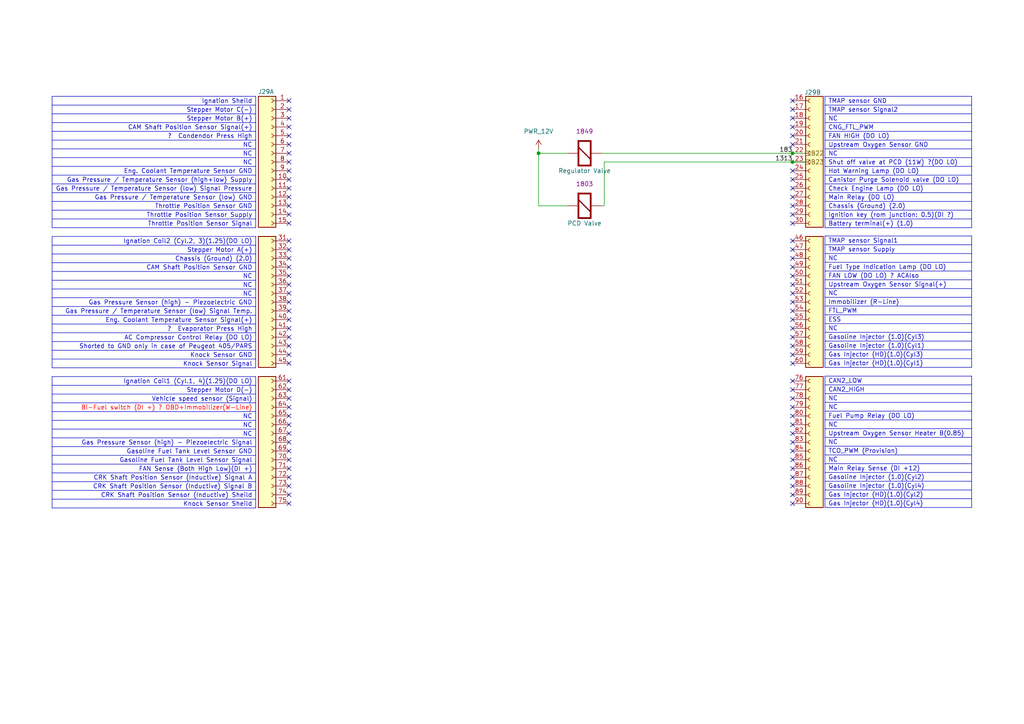
<source format=kicad_sch>
(kicad_sch (version 20250114) (generator "eeschema") (generator_version "9.0")
  (paper "A4")
  (lib_symbols
    (symbol "Elektuur_1:Re" (pin_numbers (hide yes)) (pin_names (offset 0) (hide yes))
      (property "Reference" "Re" (at 0.635 3.175 0))
      (property "Value" "Re" (at 0.635 -3.175 0))
      (symbol "Re_1_0"
        (pin passive line (at 0 5.08 270) (length 3.175) (name "+") (number "1"))
        (pin passive line (at 0 -5.08 90) (length 3.175) (name "-") (number "2"))
      )
      (symbol "Re_1_1"
        (polyline (pts (xy -3.683 -1.905) (xy 3.683 -1.905) (xy 3.683 1.905) (xy -3.683 1.905) (xy -3.683 -1.905) (xy -3.429 -1.651) (xy -3.429 1.651) (xy 3.429 1.651) (xy 3.429 -1.651) (xy -3.429 -1.651) (xy -3.683 -1.905)) (stroke (width 0.254)) (fill (type outline)))
        (polyline (pts (xy -1.778 -1.778) (xy 1.778 1.778)) (stroke (width 0.3556)))
      )
      (symbol "Re_1_2"
        (polyline (pts (xy -3.683 -1.905) (xy 3.683 -1.905) (xy 3.683 1.905) (xy -3.683 1.905) (xy -3.683 -1.905) (xy -3.429 -1.651) (xy -3.429 1.651) (xy 3.429 1.651) (xy 3.429 -1.651) (xy -3.429 -1.651) (xy -3.683 -1.905)) (stroke (width 0.254)) (fill (type outline)))
      )
    )
    (symbol "fab:PWR_12V" (power) (pin_names (offset 0))
      (property "Value" "PWR_12V" (at 0 3.556 0))
      (symbol "PWR_12V_0_1"
        (polyline (pts (xy -0.762 1.27) (xy 0 2.54)))
        (polyline (pts (xy 0 2.54) (xy 0.762 1.27)))
        (polyline (pts (xy 0 0) (xy 0 2.54)))
      )
      (symbol "PWR_12V_1_1"
        (pin power_in line (at 0 0 90) (length 0) (hide yes) (name "PWR_12V") (number "1"))
      )
    )
    (symbol "sicma_socket:Conn_01x90_3Row_Socket" (pin_names (offset 1.016) (hide yes))
      (property "Reference" "J" (at 1.524 60.833 0))
      (property "Value" "Conn_01x90_3Row_Socket" (at 1.397 -61.214 0))
      (symbol "Conn_01x90_3Row_Socket_1_1"
        (rectangle (start -0.508 59.69) (end 4.572 21.717) (stroke (width 0.254)) (fill (type background)))
        (polyline (pts (xy -0.508 58.42) (xy 0.254 58.42)) (stroke (width 0.1524)))
        (polyline (pts (xy -0.508 55.88) (xy 0.254 55.88)) (stroke (width 0.1524)))
        (polyline (pts (xy -0.508 53.34) (xy 0.254 53.34)) (stroke (width 0.1524)))
        (polyline (pts (xy -0.508 50.8) (xy 0.254 50.8)) (stroke (width 0.1524)))
        (polyline (pts (xy -0.508 48.26) (xy 0.254 48.26)) (stroke (width 0.1524)))
        (polyline (pts (xy -0.508 45.72) (xy 0.254 45.72)) (stroke (width 0.1524)))
        (polyline (pts (xy -0.508 43.18) (xy 0.254 43.18)) (stroke (width 0.1524)))
        (polyline (pts (xy -0.508 40.64) (xy 0.254 40.64)) (stroke (width 0.1524)))
        (polyline (pts (xy -0.508 38.1) (xy 0.254 38.1)) (stroke (width 0.1524)))
        (polyline (pts (xy -0.508 35.56) (xy 0.254 35.56)) (stroke (width 0.1524)))
        (polyline (pts (xy -0.508 33.02) (xy 0.254 33.02)) (stroke (width 0.1524)))
        (polyline (pts (xy -0.508 30.48) (xy 0.254 30.48)) (stroke (width 0.1524)))
        (polyline (pts (xy -0.508 27.94) (xy 0.254 27.94)) (stroke (width 0.1524)))
        (polyline (pts (xy -0.508 25.4) (xy 0.254 25.4)) (stroke (width 0.1524)))
        (polyline (pts (xy -0.508 22.86) (xy 0.254 22.86)) (stroke (width 0.1524)))
        (rectangle (start -0.508 19.05) (end 4.572 -18.923) (stroke (width 0.254)) (fill (type background)))
        (polyline (pts (xy -0.508 17.78) (xy 0.254 17.78)) (stroke (width 0.1524)))
        (polyline (pts (xy -0.508 15.24) (xy 0.254 15.24)) (stroke (width 0.1524)))
        (polyline (pts (xy -0.508 12.7) (xy 0.254 12.7)) (stroke (width 0.1524)))
        (polyline (pts (xy -0.508 10.16) (xy 0.254 10.16)) (stroke (width 0.1524)))
        (polyline (pts (xy -0.508 7.62) (xy 0.254 7.62)) (stroke (width 0.1524)))
        (polyline (pts (xy -0.508 5.08) (xy 0.254 5.08)) (stroke (width 0.1524)))
        (polyline (pts (xy -0.508 2.54) (xy 0.254 2.54)) (stroke (width 0.1524)))
        (polyline (pts (xy -0.508 0) (xy 0.254 0)) (stroke (width 0.1524)))
        (polyline (pts (xy -0.508 -2.54) (xy 0.254 -2.54)) (stroke (width 0.1524)))
        (polyline (pts (xy -0.508 -5.08) (xy 0.254 -5.08)) (stroke (width 0.1524)))
        (polyline (pts (xy -0.508 -7.62) (xy 0.254 -7.62)) (stroke (width 0.1524)))
        (polyline (pts (xy -0.508 -10.16) (xy 0.254 -10.16)) (stroke (width 0.1524)))
        (polyline (pts (xy -0.508 -12.7) (xy 0.254 -12.7)) (stroke (width 0.1524)))
        (polyline (pts (xy -0.508 -15.24) (xy 0.254 -15.24)) (stroke (width 0.1524)))
        (polyline (pts (xy -0.508 -17.78) (xy 0.254 -17.78)) (stroke (width 0.1524)))
        (rectangle (start -0.508 -21.59) (end 4.572 -59.563) (stroke (width 0.254)) (fill (type background)))
        (polyline (pts (xy -0.508 -22.86) (xy 0.254 -22.86)) (stroke (width 0.1524)))
        (polyline (pts (xy -0.508 -25.4) (xy 0.254 -25.4)) (stroke (width 0.1524)))
        (polyline (pts (xy -0.508 -27.94) (xy 0.254 -27.94)) (stroke (width 0.1524)))
        (polyline (pts (xy -0.508 -30.48) (xy 0.254 -30.48)) (stroke (width 0.1524)))
        (polyline (pts (xy -0.508 -33.02) (xy 0.254 -33.02)) (stroke (width 0.1524)))
        (polyline (pts (xy -0.508 -35.56) (xy 0.254 -35.56)) (stroke (width 0.1524)))
        (polyline (pts (xy -0.508 -38.1) (xy 0.254 -38.1)) (stroke (width 0.1524)))
        (polyline (pts (xy -0.508 -40.64) (xy 0.254 -40.64)) (stroke (width 0.1524)))
        (polyline (pts (xy -0.508 -43.18) (xy 0.254 -43.18)) (stroke (width 0.1524)))
        (polyline (pts (xy -0.508 -45.72) (xy 0.254 -45.72)) (stroke (width 0.1524)))
        (polyline (pts (xy -0.508 -48.26) (xy 0.254 -48.26)) (stroke (width 0.1524)))
        (polyline (pts (xy -0.508 -50.8) (xy 0.254 -50.8)) (stroke (width 0.1524)))
        (polyline (pts (xy -0.508 -53.34) (xy 0.254 -53.34)) (stroke (width 0.1524)))
        (polyline (pts (xy -0.508 -55.88) (xy 0.254 -55.88)) (stroke (width 0.1524)))
        (polyline (pts (xy -0.508 -58.42) (xy 0.254 -58.42)) (stroke (width 0.1524)))
        (arc (start 0.762 57.912) (mid 0.2562 58.42) (end 0.762 58.928) (stroke (width 0.1524)))
        (arc (start 0.762 55.372) (mid 0.2562 55.88) (end 0.762 56.388) (stroke (width 0.1524)))
        (arc (start 0.762 52.832) (mid 0.2562 53.34) (end 0.762 53.848) (stroke (width 0.1524)))
        (arc (start 0.762 50.292) (mid 0.2562 50.8) (end 0.762 51.308) (stroke (width 0.1524)))
        (arc (start 0.762 47.752) (mid 0.2562 48.26) (end 0.762 48.768) (stroke (width 0.1524)))
        (arc (start 0.762 45.212) (mid 0.2562 45.72) (end 0.762 46.228) (stroke (width 0.1524)))
        (arc (start 0.762 42.672) (mid 0.2562 43.18) (end 0.762 43.688) (stroke (width 0.1524)))
        (arc (start 0.762 40.132) (mid 0.2562 40.64) (end 0.762 41.148) (stroke (width 0.1524)))
        (arc (start 0.762 37.592) (mid 0.2562 38.1) (end 0.762 38.608) (stroke (width 0.1524)))
        (arc (start 0.762 35.052) (mid 0.2562 35.56) (end 0.762 36.068) (stroke (width 0.1524)))
        (arc (start 0.762 32.512) (mid 0.2562 33.02) (end 0.762 33.528) (stroke (width 0.1524)))
        (arc (start 0.762 29.972) (mid 0.2562 30.48) (end 0.762 30.988) (stroke (width 0.1524)))
        (arc (start 0.762 27.432) (mid 0.2562 27.94) (end 0.762 28.448) (stroke (width 0.1524)))
        (arc (start 0.762 24.892) (mid 0.2562 25.4) (end 0.762 25.908) (stroke (width 0.1524)))
        (arc (start 0.762 22.352) (mid 0.2562 22.86) (end 0.762 23.368) (stroke (width 0.1524)))
        (arc (start 0.762 17.272) (mid 0.2562 17.78) (end 0.762 18.288) (stroke (width 0.1524)))
        (arc (start 0.762 14.732) (mid 0.2562 15.24) (end 0.762 15.748) (stroke (width 0.1524)))
        (arc (start 0.762 12.192) (mid 0.2562 12.7) (end 0.762 13.208) (stroke (width 0.1524)))
        (arc (start 0.762 9.652) (mid 0.2562 10.16) (end 0.762 10.668) (stroke (width 0.1524)))
        (arc (start 0.762 7.112) (mid 0.2562 7.62) (end 0.762 8.128) (stroke (width 0.1524)))
        (arc (start 0.762 4.572) (mid 0.2562 5.08) (end 0.762 5.588) (stroke (width 0.1524)))
        (arc (start 0.762 2.032) (mid 0.2562 2.54) (end 0.762 3.048) (stroke (width 0.1524)))
        (arc (start 0.762 -0.508) (mid 0.2562 0) (end 0.762 0.508) (stroke (width 0.1524)))
        (arc (start 0.762 -3.048) (mid 0.2562 -2.54) (end 0.762 -2.032) (stroke (width 0.1524)))
        (arc (start 0.762 -5.588) (mid 0.2562 -5.08) (end 0.762 -4.572) (stroke (width 0.1524)))
        (arc (start 0.762 -8.128) (mid 0.2562 -7.62) (end 0.762 -7.112) (stroke (width 0.1524)))
        (arc (start 0.762 -10.668) (mid 0.2562 -10.16) (end 0.762 -9.652) (stroke (width 0.1524)))
        (arc (start 0.762 -13.208) (mid 0.2562 -12.7) (end 0.762 -12.192) (stroke (width 0.1524)))
        (arc (start 0.762 -15.748) (mid 0.2562 -15.24) (end 0.762 -14.732) (stroke (width 0.1524)))
        (arc (start 0.762 -18.288) (mid 0.2562 -17.78) (end 0.762 -17.272) (stroke (width 0.1524)))
        (arc (start 0.762 -23.368) (mid 0.2562 -22.86) (end 0.762 -22.352) (stroke (width 0.1524)))
        (arc (start 0.762 -25.908) (mid 0.2562 -25.4) (end 0.762 -24.892) (stroke (width 0.1524)))
        (arc (start 0.762 -28.448) (mid 0.2562 -27.94) (end 0.762 -27.432) (stroke (width 0.1524)))
        (arc (start 0.762 -30.988) (mid 0.2562 -30.48) (end 0.762 -29.972) (stroke (width 0.1524)))
        (arc (start 0.762 -33.528) (mid 0.2562 -33.02) (end 0.762 -32.512) (stroke (width 0.1524)))
        (arc (start 0.762 -36.068) (mid 0.2562 -35.56) (end 0.762 -35.052) (stroke (width 0.1524)))
        (arc (start 0.762 -38.608) (mid 0.2562 -38.1) (end 0.762 -37.592) (stroke (width 0.1524)))
        (arc (start 0.762 -41.148) (mid 0.2562 -40.64) (end 0.762 -40.132) (stroke (width 0.1524)))
        (arc (start 0.762 -43.688) (mid 0.2562 -43.18) (end 0.762 -42.672) (stroke (width 0.1524)))
        (arc (start 0.762 -46.228) (mid 0.2562 -45.72) (end 0.762 -45.212) (stroke (width 0.1524)))
        (arc (start 0.762 -48.768) (mid 0.2562 -48.26) (end 0.762 -47.752) (stroke (width 0.1524)))
        (arc (start 0.762 -51.308) (mid 0.2562 -50.8) (end 0.762 -50.292) (stroke (width 0.1524)))
        (arc (start 0.762 -53.848) (mid 0.2562 -53.34) (end 0.762 -52.832) (stroke (width 0.1524)))
        (arc (start 0.762 -56.388) (mid 0.2562 -55.88) (end 0.762 -55.372) (stroke (width 0.1524)))
        (arc (start 0.762 -58.928) (mid 0.2562 -58.42) (end 0.762 -57.912) (stroke (width 0.1524)))
        (pin passive line (at -4.318 58.42 0) (length 3.81) (name "A1") (number "1"))
        (pin passive line (at -4.318 55.88 0) (length 3.81) (name "A2") (number "2"))
        (pin passive line (at -4.318 53.34 0) (length 3.81) (name "A3") (number "3"))
        (pin passive line (at -4.318 50.8 0) (length 3.81) (name "A4") (number "4"))
        (pin passive line (at -4.318 48.26 0) (length 3.81) (name "A5") (number "5"))
        (pin passive line (at -4.318 45.72 0) (length 3.81) (name "A6") (number "6"))
        (pin passive line (at -4.318 43.18 0) (length 3.81) (name "A7") (number "7"))
        (pin passive line (at -4.318 40.64 0) (length 3.81) (name "A8") (number "8"))
        (pin passive line (at -4.318 38.1 0) (length 3.81) (name "A9") (number "9"))
        (pin passive line (at -4.318 35.56 0) (length 3.81) (name "A10") (number "10"))
        (pin passive line (at -4.318 33.02 0) (length 3.81) (name "A11") (number "11"))
        (pin passive line (at -4.318 30.48 0) (length 3.81) (name "A12") (number "12"))
        (pin passive line (at -4.318 27.94 0) (length 3.81) (name "A13") (number "13"))
        (pin passive line (at -4.318 25.4 0) (length 3.81) (name "A14") (number "14"))
        (pin passive line (at -4.318 22.86 0) (length 3.81) (name "A15") (number "15"))
        (pin passive line (at -4.318 17.78 0) (length 3.81) (name "A31") (number "31"))
        (pin passive line (at -4.318 15.24 0) (length 3.81) (name "A32") (number "32"))
        (pin passive line (at -4.318 12.7 0) (length 3.81) (name "A33") (number "33"))
        (pin passive line (at -4.318 10.16 0) (length 3.81) (name "A34") (number "34"))
        (pin passive line (at -4.318 7.62 0) (length 3.81) (name "A35") (number "35"))
        (pin passive line (at -4.318 5.08 0) (length 3.81) (name "A36") (number "36"))
        (pin passive line (at -4.318 2.54 0) (length 3.81) (name "A37") (number "37"))
        (pin passive line (at -4.318 0 0) (length 3.81) (name "A38") (number "38"))
        (pin passive line (at -4.318 -2.54 0) (length 3.81) (name "A39") (number "39"))
        (pin passive line (at -4.318 -5.08 0) (length 3.81) (name "A40") (number "40"))
        (pin passive line (at -4.318 -7.62 0) (length 3.81) (name "A41") (number "41"))
        (pin passive line (at -4.318 -10.16 0) (length 3.81) (name "A42") (number "42"))
        (pin passive line (at -4.318 -12.7 0) (length 3.81) (name "A43") (number "43"))
        (pin passive line (at -4.318 -15.24 0) (length 3.81) (name "A44") (number "44"))
        (pin passive line (at -4.318 -17.78 0) (length 3.81) (name "A45") (number "45"))
        (pin passive line (at -4.318 -22.86 0) (length 3.81) (name "A61") (number "61"))
        (pin passive line (at -4.318 -25.4 0) (length 3.81) (name "A62") (number "62"))
        (pin passive line (at -4.318 -27.94 0) (length 3.81) (name "A63") (number "63"))
        (pin passive line (at -4.318 -30.48 0) (length 3.81) (name "A64") (number "64"))
        (pin passive line (at -4.318 -33.02 0) (length 3.81) (name "A65") (number "65"))
        (pin passive line (at -4.318 -35.56 0) (length 3.81) (name "A66") (number "66"))
        (pin passive line (at -4.318 -38.1 0) (length 3.81) (name "A67") (number "67"))
        (pin passive line (at -4.318 -40.64 0) (length 3.81) (name "A68") (number "68"))
        (pin passive line (at -4.318 -43.18 0) (length 3.81) (name "A69") (number "69"))
        (pin passive line (at -4.318 -45.72 0) (length 3.81) (name "A70") (number "70"))
        (pin passive line (at -4.318 -48.26 0) (length 3.81) (name "A71") (number "71"))
        (pin passive line (at -4.318 -50.8 0) (length 3.81) (name "A72") (number "72"))
        (pin passive line (at -4.318 -53.34 0) (length 3.81) (name "A73") (number "73"))
        (pin passive line (at -4.318 -55.88 0) (length 3.81) (name "A74") (number "74"))
        (pin passive line (at -4.318 -58.42 0) (length 3.81) (name "A75") (number "75"))
      )
      (symbol "Conn_01x90_3Row_Socket_2_1"
        (rectangle (start -0.508 59.69) (end 4.572 21.717) (stroke (width 0.254)) (fill (type background)))
        (polyline (pts (xy -0.508 58.42) (xy 0.254 58.42)) (stroke (width 0.1524)))
        (polyline (pts (xy -0.508 55.88) (xy 0.254 55.88)) (stroke (width 0.1524)))
        (polyline (pts (xy -0.508 53.34) (xy 0.254 53.34)) (stroke (width 0.1524)))
        (polyline (pts (xy -0.508 50.8) (xy 0.254 50.8)) (stroke (width 0.1524)))
        (polyline (pts (xy -0.508 48.26) (xy 0.254 48.26)) (stroke (width 0.1524)))
        (polyline (pts (xy -0.508 45.72) (xy 0.254 45.72)) (stroke (width 0.1524)))
        (polyline (pts (xy -0.508 43.18) (xy 0.254 43.18)) (stroke (width 0.1524)))
        (polyline (pts (xy -0.508 40.64) (xy 0.254 40.64)) (stroke (width 0.1524)))
        (polyline (pts (xy -0.508 38.1) (xy 0.254 38.1)) (stroke (width 0.1524)))
        (polyline (pts (xy -0.508 35.56) (xy 0.254 35.56)) (stroke (width 0.1524)))
        (polyline (pts (xy -0.508 33.02) (xy 0.254 33.02)) (stroke (width 0.1524)))
        (polyline (pts (xy -0.508 30.48) (xy 0.254 30.48)) (stroke (width 0.1524)))
        (polyline (pts (xy -0.508 27.94) (xy 0.254 27.94)) (stroke (width 0.1524)))
        (polyline (pts (xy -0.508 25.4) (xy 0.254 25.4)) (stroke (width 0.1524)))
        (polyline (pts (xy -0.508 22.86) (xy 0.254 22.86)) (stroke (width 0.1524)))
        (rectangle (start -0.508 19.05) (end 4.572 -18.923) (stroke (width 0.254)) (fill (type background)))
        (polyline (pts (xy -0.508 17.78) (xy 0.254 17.78)) (stroke (width 0.1524)))
        (polyline (pts (xy -0.508 15.24) (xy 0.254 15.24)) (stroke (width 0.1524)))
        (polyline (pts (xy -0.508 12.7) (xy 0.254 12.7)) (stroke (width 0.1524)))
        (polyline (pts (xy -0.508 10.16) (xy 0.254 10.16)) (stroke (width 0.1524)))
        (polyline (pts (xy -0.508 7.62) (xy 0.254 7.62)) (stroke (width 0.1524)))
        (polyline (pts (xy -0.508 5.08) (xy 0.254 5.08)) (stroke (width 0.1524)))
        (polyline (pts (xy -0.508 2.54) (xy 0.254 2.54)) (stroke (width 0.1524)))
        (polyline (pts (xy -0.508 0) (xy 0.254 0)) (stroke (width 0.1524)))
        (polyline (pts (xy -0.508 -2.54) (xy 0.254 -2.54)) (stroke (width 0.1524)))
        (polyline (pts (xy -0.508 -5.08) (xy 0.254 -5.08)) (stroke (width 0.1524)))
        (polyline (pts (xy -0.508 -7.62) (xy 0.254 -7.62)) (stroke (width 0.1524)))
        (polyline (pts (xy -0.508 -10.16) (xy 0.254 -10.16)) (stroke (width 0.1524)))
        (polyline (pts (xy -0.508 -12.7) (xy 0.254 -12.7)) (stroke (width 0.1524)))
        (polyline (pts (xy -0.508 -15.24) (xy 0.254 -15.24)) (stroke (width 0.1524)))
        (polyline (pts (xy -0.508 -17.78) (xy 0.254 -17.78)) (stroke (width 0.1524)))
        (rectangle (start -0.508 -21.59) (end 4.572 -59.563) (stroke (width 0.254)) (fill (type background)))
        (polyline (pts (xy -0.508 -22.86) (xy 0.254 -22.86)) (stroke (width 0.1524)))
        (polyline (pts (xy -0.508 -25.4) (xy 0.254 -25.4)) (stroke (width 0.1524)))
        (polyline (pts (xy -0.508 -27.94) (xy 0.254 -27.94)) (stroke (width 0.1524)))
        (polyline (pts (xy -0.508 -30.48) (xy 0.254 -30.48)) (stroke (width 0.1524)))
        (polyline (pts (xy -0.508 -33.02) (xy 0.254 -33.02)) (stroke (width 0.1524)))
        (polyline (pts (xy -0.508 -35.56) (xy 0.254 -35.56)) (stroke (width 0.1524)))
        (polyline (pts (xy -0.508 -38.1) (xy 0.254 -38.1)) (stroke (width 0.1524)))
        (polyline (pts (xy -0.508 -40.64) (xy 0.254 -40.64)) (stroke (width 0.1524)))
        (polyline (pts (xy -0.508 -43.18) (xy 0.254 -43.18)) (stroke (width 0.1524)))
        (polyline (pts (xy -0.508 -45.72) (xy 0.254 -45.72)) (stroke (width 0.1524)))
        (polyline (pts (xy -0.508 -48.26) (xy 0.254 -48.26)) (stroke (width 0.1524)))
        (polyline (pts (xy -0.508 -50.8) (xy 0.254 -50.8)) (stroke (width 0.1524)))
        (polyline (pts (xy -0.508 -53.34) (xy 0.254 -53.34)) (stroke (width 0.1524)))
        (polyline (pts (xy -0.508 -55.88) (xy 0.254 -55.88)) (stroke (width 0.1524)))
        (polyline (pts (xy -0.508 -58.42) (xy 0.254 -58.42)) (stroke (width 0.1524)))
        (arc (start 0.762 57.912) (mid 0.2562 58.42) (end 0.762 58.928) (stroke (width 0.1524)))
        (arc (start 0.762 55.372) (mid 0.2562 55.88) (end 0.762 56.388) (stroke (width 0.1524)))
        (arc (start 0.762 52.832) (mid 0.2562 53.34) (end 0.762 53.848) (stroke (width 0.1524)))
        (arc (start 0.762 50.292) (mid 0.2562 50.8) (end 0.762 51.308) (stroke (width 0.1524)))
        (arc (start 0.762 47.752) (mid 0.2562 48.26) (end 0.762 48.768) (stroke (width 0.1524)))
        (arc (start 0.762 45.212) (mid 0.2562 45.72) (end 0.762 46.228) (stroke (width 0.1524)))
        (arc (start 0.762 42.672) (mid 0.2562 43.18) (end 0.762 43.688) (stroke (width 0.1524)))
        (arc (start 0.762 40.132) (mid 0.2562 40.64) (end 0.762 41.148) (stroke (width 0.1524)))
        (arc (start 0.762 37.592) (mid 0.2562 38.1) (end 0.762 38.608) (stroke (width 0.1524)))
        (arc (start 0.762 35.052) (mid 0.2562 35.56) (end 0.762 36.068) (stroke (width 0.1524)))
        (arc (start 0.762 32.512) (mid 0.2562 33.02) (end 0.762 33.528) (stroke (width 0.1524)))
        (arc (start 0.762 29.972) (mid 0.2562 30.48) (end 0.762 30.988) (stroke (width 0.1524)))
        (arc (start 0.762 27.432) (mid 0.2562 27.94) (end 0.762 28.448) (stroke (width 0.1524)))
        (arc (start 0.762 24.892) (mid 0.2562 25.4) (end 0.762 25.908) (stroke (width 0.1524)))
        (arc (start 0.762 22.352) (mid 0.2562 22.86) (end 0.762 23.368) (stroke (width 0.1524)))
        (arc (start 0.762 17.272) (mid 0.2562 17.78) (end 0.762 18.288) (stroke (width 0.1524)))
        (arc (start 0.762 14.732) (mid 0.2562 15.24) (end 0.762 15.748) (stroke (width 0.1524)))
        (arc (start 0.762 12.192) (mid 0.2562 12.7) (end 0.762 13.208) (stroke (width 0.1524)))
        (arc (start 0.762 9.652) (mid 0.2562 10.16) (end 0.762 10.668) (stroke (width 0.1524)))
        (arc (start 0.762 7.112) (mid 0.2562 7.62) (end 0.762 8.128) (stroke (width 0.1524)))
        (arc (start 0.762 4.572) (mid 0.2562 5.08) (end 0.762 5.588) (stroke (width 0.1524)))
        (arc (start 0.762 2.032) (mid 0.2562 2.54) (end 0.762 3.048) (stroke (width 0.1524)))
        (arc (start 0.762 -0.508) (mid 0.2562 0) (end 0.762 0.508) (stroke (width 0.1524)))
        (arc (start 0.762 -3.048) (mid 0.2562 -2.54) (end 0.762 -2.032) (stroke (width 0.1524)))
        (arc (start 0.762 -5.588) (mid 0.2562 -5.08) (end 0.762 -4.572) (stroke (width 0.1524)))
        (arc (start 0.762 -8.128) (mid 0.2562 -7.62) (end 0.762 -7.112) (stroke (width 0.1524)))
        (arc (start 0.762 -10.668) (mid 0.2562 -10.16) (end 0.762 -9.652) (stroke (width 0.1524)))
        (arc (start 0.762 -13.208) (mid 0.2562 -12.7) (end 0.762 -12.192) (stroke (width 0.1524)))
        (arc (start 0.762 -15.748) (mid 0.2562 -15.24) (end 0.762 -14.732) (stroke (width 0.1524)))
        (arc (start 0.762 -18.288) (mid 0.2562 -17.78) (end 0.762 -17.272) (stroke (width 0.1524)))
        (arc (start 0.762 -23.368) (mid 0.2562 -22.86) (end 0.762 -22.352) (stroke (width 0.1524)))
        (arc (start 0.762 -25.908) (mid 0.2562 -25.4) (end 0.762 -24.892) (stroke (width 0.1524)))
        (arc (start 0.762 -28.448) (mid 0.2562 -27.94) (end 0.762 -27.432) (stroke (width 0.1524)))
        (arc (start 0.762 -30.988) (mid 0.2562 -30.48) (end 0.762 -29.972) (stroke (width 0.1524)))
        (arc (start 0.762 -33.528) (mid 0.2562 -33.02) (end 0.762 -32.512) (stroke (width 0.1524)))
        (arc (start 0.762 -36.068) (mid 0.2562 -35.56) (end 0.762 -35.052) (stroke (width 0.1524)))
        (arc (start 0.762 -38.608) (mid 0.2562 -38.1) (end 0.762 -37.592) (stroke (width 0.1524)))
        (arc (start 0.762 -41.148) (mid 0.2562 -40.64) (end 0.762 -40.132) (stroke (width 0.1524)))
        (arc (start 0.762 -43.688) (mid 0.2562 -43.18) (end 0.762 -42.672) (stroke (width 0.1524)))
        (arc (start 0.762 -46.228) (mid 0.2562 -45.72) (end 0.762 -45.212) (stroke (width 0.1524)))
        (arc (start 0.762 -48.768) (mid 0.2562 -48.26) (end 0.762 -47.752) (stroke (width 0.1524)))
        (arc (start 0.762 -51.308) (mid 0.2562 -50.8) (end 0.762 -50.292) (stroke (width 0.1524)))
        (arc (start 0.762 -53.848) (mid 0.2562 -53.34) (end 0.762 -52.832) (stroke (width 0.1524)))
        (arc (start 0.762 -56.388) (mid 0.2562 -55.88) (end 0.762 -55.372) (stroke (width 0.1524)))
        (arc (start 0.762 -58.928) (mid 0.2562 -58.42) (end 0.762 -57.912) (stroke (width 0.1524)))
        (pin passive line (at -4.318 58.42 0) (length 3.81) (name "B16") (number "16"))
        (pin passive line (at -4.318 55.88 0) (length 3.81) (name "B17") (number "17"))
        (pin passive line (at -4.318 53.34 0) (length 3.81) (name "B18") (number "18"))
        (pin passive line (at -4.318 50.8 0) (length 3.81) (name "B19") (number "19"))
        (pin passive line (at -4.318 48.26 0) (length 3.81) (name "B20") (number "20"))
        (pin passive line (at -4.318 45.72 0) (length 3.81) (name "B21") (number "21"))
        (pin passive line (at -4.318 43.18 0) (length 3.81) (name "B22") (number "22"))
        (pin passive line (at -4.318 40.64 0) (length 3.81) (name "B23") (number "23"))
        (pin passive line (at -4.318 38.1 0) (length 3.81) (name "B24") (number "24"))
        (pin passive line (at -4.318 35.56 0) (length 3.81) (name "B25") (number "25"))
        (pin passive line (at -4.318 33.02 0) (length 3.81) (name "B26") (number "26"))
        (pin passive line (at -4.318 30.48 0) (length 3.81) (name "B27") (number "27"))
        (pin passive line (at -4.318 27.94 0) (length 3.81) (name "B28") (number "28"))
        (pin passive line (at -4.318 25.4 0) (length 3.81) (name "B29") (number "29"))
        (pin passive line (at -4.318 22.86 0) (length 3.81) (name "B30") (number "30"))
        (pin passive line (at -4.318 17.78 0) (length 3.81) (name "B46") (number "46"))
        (pin passive line (at -4.318 15.24 0) (length 3.81) (name "B47") (number "47"))
        (pin passive line (at -4.318 12.7 0) (length 3.81) (name "B48") (number "48"))
        (pin passive line (at -4.318 10.16 0) (length 3.81) (name "B49") (number "49"))
        (pin passive line (at -4.318 7.62 0) (length 3.81) (name "B50") (number "50"))
        (pin passive line (at -4.318 5.08 0) (length 3.81) (name "B51") (number "51"))
        (pin passive line (at -4.318 2.54 0) (length 3.81) (name "B52") (number "52"))
        (pin passive line (at -4.318 0 0) (length 3.81) (name "B53") (number "53"))
        (pin passive line (at -4.318 -2.54 0) (length 3.81) (name "B54") (number "54"))
        (pin passive line (at -4.318 -5.08 0) (length 3.81) (name "B55") (number "55"))
        (pin passive line (at -4.318 -7.62 0) (length 3.81) (name "B56") (number "56"))
        (pin passive line (at -4.318 -10.16 0) (length 3.81) (name "B57") (number "57"))
        (pin passive line (at -4.318 -12.7 0) (length 3.81) (name "B58") (number "58"))
        (pin passive line (at -4.318 -15.24 0) (length 3.81) (name "B59") (number "59"))
        (pin passive line (at -4.318 -17.78 0) (length 3.81) (name "B60") (number "60"))
        (pin passive line (at -4.318 -22.86 0) (length 3.81) (name "B76") (number "76"))
        (pin passive line (at -4.318 -25.4 0) (length 3.81) (name "B77") (number "77"))
        (pin passive line (at -4.318 -27.94 0) (length 3.81) (name "B78") (number "78"))
        (pin passive line (at -4.318 -30.48 0) (length 3.81) (name "B79") (number "79"))
        (pin passive line (at -4.318 -33.02 0) (length 3.81) (name "B80") (number "80"))
        (pin passive line (at -4.318 -35.56 0) (length 3.81) (name "B81") (number "81"))
        (pin passive line (at -4.318 -38.1 0) (length 3.81) (name "B82") (number "82"))
        (pin passive line (at -4.318 -40.64 0) (length 3.81) (name "B83") (number "83"))
        (pin passive line (at -4.318 -43.18 0) (length 3.81) (name "B84") (number "84"))
        (pin passive line (at -4.318 -45.72 0) (length 3.81) (name "B85") (number "85"))
        (pin passive line (at -4.318 -48.26 0) (length 3.81) (name "B86") (number "86"))
        (pin passive line (at -4.318 -50.8 0) (length 3.81) (name "B87") (number "87"))
        (pin passive line (at -4.318 -53.34 0) (length 3.81) (name "B88") (number "88"))
        (pin passive line (at -4.318 -55.88 0) (length 3.81) (name "B89") (number "89"))
        (pin passive line (at -4.318 -58.42 0) (length 3.81) (name "B90") (number "90"))
      )
    )
  )
  (junction (at 229.87 44.45))
  (junction (at 156.21 44.45))
  (junction (at 229.87 46.99))
  (no_connect (at 83.82 130.81))
  (no_connect (at 229.87 29.21))
  (no_connect (at 229.87 82.55))
  (no_connect (at 83.82 138.43))
  (no_connect (at 83.82 62.23))
  (no_connect (at 229.87 92.71))
  (no_connect (at 229.87 57.15))
  (no_connect (at 83.82 36.83))
  (no_connect (at 229.87 118.11))
  (no_connect (at 229.87 105.41))
  (no_connect (at 229.87 128.27))
  (no_connect (at 229.87 31.75))
  (no_connect (at 83.82 74.93))
  (no_connect (at 229.87 64.77))
  (no_connect (at 83.82 90.17))
  (no_connect (at 229.87 36.83))
  (no_connect (at 83.82 95.25))
  (no_connect (at 83.82 125.73))
  (no_connect (at 83.82 34.29))
  (no_connect (at 83.82 97.79))
  (no_connect (at 229.87 90.17))
  (no_connect (at 229.87 85.09))
  (no_connect (at 229.87 34.29))
  (no_connect (at 229.87 80.01))
  (no_connect (at 83.82 87.63))
  (no_connect (at 229.87 120.65))
  (no_connect (at 83.82 31.75))
  (no_connect (at 83.82 52.07))
  (no_connect (at 83.82 92.71))
  (no_connect (at 83.82 44.45))
  (no_connect (at 229.87 113.03))
  (no_connect (at 229.87 138.43))
  (no_connect (at 229.87 39.37))
  (no_connect (at 83.82 39.37))
  (no_connect (at 83.82 118.11))
  (no_connect (at 83.82 115.57))
  (no_connect (at 229.87 146.05))
  (no_connect (at 229.87 143.51))
  (no_connect (at 83.82 100.33))
  (no_connect (at 83.82 29.21))
  (no_connect (at 83.82 105.41))
  (no_connect (at 83.82 123.19))
  (no_connect (at 83.82 120.65))
  (no_connect (at 83.82 140.97))
  (no_connect (at 83.82 54.61))
  (no_connect (at 83.82 85.09))
  (no_connect (at 229.87 41.91))
  (no_connect (at 229.87 102.87))
  (no_connect (at 83.82 69.85))
  (no_connect (at 229.87 74.93))
  (no_connect (at 229.87 130.81))
  (no_connect (at 229.87 140.97))
  (no_connect (at 229.87 97.79))
  (no_connect (at 83.82 77.47))
  (no_connect (at 229.87 87.63))
  (no_connect (at 229.87 49.53))
  (no_connect (at 229.87 95.25))
  (no_connect (at 83.82 82.55))
  (no_connect (at 83.82 143.51))
  (no_connect (at 229.87 54.61))
  (no_connect (at 83.82 64.77))
  (no_connect (at 229.87 69.85))
  (no_connect (at 83.82 135.89))
  (no_connect (at 229.87 135.89))
  (no_connect (at 83.82 46.99))
  (no_connect (at 83.82 110.49))
  (no_connect (at 83.82 59.69))
  (no_connect (at 229.87 125.73))
  (no_connect (at 229.87 133.35))
  (no_connect (at 229.87 62.23))
  (no_connect (at 83.82 128.27))
  (no_connect (at 229.87 123.19))
  (no_connect (at 83.82 72.39))
  (no_connect (at 229.87 52.07))
  (no_connect (at 229.87 115.57))
  (no_connect (at 83.82 57.15))
  (no_connect (at 229.87 77.47))
  (no_connect (at 83.82 102.87))
  (no_connect (at 83.82 133.35))
  (no_connect (at 229.87 110.49))
  (no_connect (at 83.82 41.91))
  (no_connect (at 229.87 100.33))
  (no_connect (at 83.82 146.05))
  (no_connect (at 83.82 113.03))
  (no_connect (at 229.87 59.69))
  (no_connect (at 83.82 80.01))
  (no_connect (at 83.82 49.53))
  (no_connect (at 229.87 72.39))
  (wire (pts (xy 164.465 44.45) (xy 156.21 44.45)))
  (wire (pts (xy 175.26 59.69) (xy 175.26 46.99)))
  (wire (pts (xy 175.26 46.99) (xy 229.87 46.99)))
  (wire (pts (xy 229.87 44.45) (xy 233.68 44.45)))
  (wire (pts (xy 156.21 43.18) (xy 156.21 44.45)))
  (wire (pts (xy 156.21 44.45) (xy 156.21 59.69)))
  (wire (pts (xy 156.21 59.69) (xy 164.465 59.69)))
  (wire (pts (xy 174.625 44.45) (xy 229.87 44.45)))
  (wire (pts (xy 174.625 59.69) (xy 175.26 59.69)))
  (wire (pts (xy 233.68 46.99) (xy 229.87 46.99)))
  (table (column_count 1) (border (external yes) (header yes)) (separators (rows yes) (cols yes)) (column_widths 42.545) (row_heights 2.54 2.54 2.54 2.54 2.54 2.54 2.54 2.54 2.54 2.54 2.54 2.54 2.54 2.54 2.54) (cells (table_cell "CAN2_LOW" (at 239.268 109.093 0) (size 42.545 2.54) (margins 0.9525 0.9525 0.9525 0.9525) (span 1 1)) (table_cell "CAN2_HIGH" (at 239.268 111.633 0) (size 42.545 2.54) (margins 0.9525 0.9525 0.9525 0.9525) (span 1 1)) (table_cell "NC" (at 239.268 114.173 0) (size 42.545 2.54) (margins 0.9525 0.9525 0.9525 0.9525) (span 1 1)) (table_cell "NC" (at 239.268 116.713 0) (size 42.545 2.54) (margins 0.9525 0.9525 0.9525 0.9525) (span 1 1)) (table_cell "Fuel Pump Relay (DO LO)" (at 239.268 119.253 0) (size 42.545 2.54) (margins 0.9525 0.9525 0.9525 0.9525) (span 1 1)) (table_cell "NC" (at 239.268 121.793 0) (size 42.545 2.54) (margins 0.9525 0.9525 0.9525 0.9525) (span 1 1)) (table_cell "Upstream Oxygen Sensor Heater B(0.85)" (at 239.268 124.333 0) (size 42.545 2.54) (margins 0.9525 0.9525 0.9525 0.9525) (span 1 1)) (table_cell "NC" (at 239.268 126.873 0) (size 42.545 2.54) (margins 0.9525 0.9525 0.9525 0.9525) (span 1 1)) (table_cell "TCO_PWM (Provision)" (at 239.268 129.413 0) (size 42.545 2.54) (margins 0.9525 0.9525 0.9525 0.9525) (span 1 1)) (table_cell "NC" (at 239.268 131.953 0) (size 42.545 2.54) (margins 0.9525 0.9525 0.9525 0.9525) (span 1 1)) (table_cell "Main Relay Sense (DI +12)" (at 239.268 134.493 0) (size 42.545 2.54) (margins 0.9525 0.9525 0.9525 0.9525) (span 1 1)) (table_cell "Gasoline Injector (1.0)(Cyl2)" (at 239.268 137.033 0) (size 42.545 2.54) (margins 0.9525 0.9525 0.9525 0.9525) (span 1 1)) (table_cell "Gasoline Injector (1.0)(Cyl4)" (at 239.268 139.573 0) (size 42.545 2.54) (margins 0.9525 0.9525 0.9525 0.9525) (span 1 1)) (table_cell "Gas Injector (HD)(1.0)(Cyl2)" (at 239.268 142.113 0) (size 42.545 2.54) (margins 0.9525 0.9525 0.9525 0.9525) (span 1 1)) (table_cell "Gas Injector (HD)(1.0)(Cyl4)" (at 239.268 144.653 0) (size 42.545 2.54) (margins 0.9525 0.9525 0.9525 0.9525) (span 1 1))))
  (table (column_count 1) (border (external yes) (header no)) (separators (rows yes) (cols no)) (column_widths 59.055) (row_heights 2.54 2.54 2.54 2.54 2.54 2.54 2.54 2.54 2.54 2.54 2.54 2.54 2.54 2.54 2.54) (cells (table_cell "Ignation Sheild" (at 15.113 27.94 0) (size 59.055 2.54) (margins 0.9525 0.9525 0.9525 0.9525) (span 1 1)) (table_cell "Stepper Motor C(-)" (at 15.113 30.48 0) (size 59.055 2.54) (margins 0.9525 0.9525 0.9525 0.9525) (span 1 1)) (table_cell "Stepper Motor B(+)" (at 15.113 33.02 0) (size 59.055 2.54) (margins 0.9525 0.9525 0.9525 0.9525) (span 1 1)) (table_cell "CAM Shaft Position Sensor Signal(+)" (at 15.113 35.56 0) (size 59.055 2.54) (margins 0.9525 0.9525 0.9525 0.9525) (span 1 1)) (table_cell "?  Condendor Press High" (at 15.113 38.1 0) (size 59.055 2.54) (margins 0.9525 0.9525 0.9525 0.9525) (span 1 1)) (table_cell "NC" (at 15.113 40.64 0) (size 59.055 2.54) (margins 0.9525 0.9525 0.9525 0.9525) (span 1 1)) (table_cell "NC" (at 15.113 43.18 0) (size 59.055 2.54) (margins 0.9525 0.9525 0.9525 0.9525) (span 1 1)) (table_cell "NC" (at 15.113 45.72 0) (size 59.055 2.54) (margins 0.9525 0.9525 0.9525 0.9525) (span 1 1)) (table_cell "Eng. Coolant Temperature Sensor GND" (at 15.113 48.26 0) (size 59.055 2.54) (margins 0.9525 0.9525 0.9525 0.9525) (span 1 1)) (table_cell "Gas Pressure / Temperature Sensor (high+low) Supply" (at 15.113 50.8 0) (size 59.055 2.54) (margins 0.9525 0.9525 0.9525 0.9525) (span 1 1)) (table_cell "Gas Pressure / Temperature Sensor (low) Signal Pressure" (at 15.113 53.34 0) (size 59.055 2.54) (margins 0.9525 0.9525 0.9525 0.9525) (span 1 1)) (table_cell "Gas Pressure / Temperature Sensor (low) GND" (at 15.113 55.88 0) (size 59.055 2.54) (margins 0.9525 0.9525 0.9525 0.9525) (span 1 1)) (table_cell "Throttle Position Sensor GND" (at 15.113 58.42 0) (size 59.055 2.54) (margins 0.9525 0.9525 0.9525 0.9525) (span 1 1)) (table_cell "Throttle Position Sensor Supply" (at 15.113 60.96 0) (size 59.055 2.54) (margins 0.9525 0.9525 0.9525 0.9525) (span 1 1)) (table_cell "Throttle Position Sensor Signal" (at 15.113 63.5 0) (size 59.055 2.54) (margins 0.9525 0.9525 0.9525 0.9525) (span 1 1))))
  (table (column_count 1) (border (external yes) (header yes)) (separators (rows yes) (cols yes)) (column_widths 42.545) (row_heights 2.54 2.54 2.54 2.54 2.54 2.54 2.54 2.54 2.54 2.54 2.54 2.54 2.54 2.54 2.54) (cells (table_cell "TMAP sensor Signal1" (at 239.268 68.453 0) (size 42.545 2.54) (margins 0.9525 0.9525 0.9525 0.9525) (span 1 1)) (table_cell "TMAP sensor Supply" (at 239.268 70.993 0) (size 42.545 2.54) (margins 0.9525 0.9525 0.9525 0.9525) (span 1 1)) (table_cell "NC" (at 239.268 73.533 0) (size 42.545 2.54) (margins 0.9525 0.9525 0.9525 0.9525) (span 1 1)) (table_cell "Fuel Type Indication Lamp (DO LO)" (at 239.268 76.073 0) (size 42.545 2.54) (margins 0.9525 0.9525 0.9525 0.9525) (span 1 1)) (table_cell "FAN LOW (DO LO) ? ACAlso" (at 239.268 78.613 0) (size 42.545 2.54) (margins 0.9525 0.9525 0.9525 0.9525) (span 1 1)) (table_cell "Upstream Oxygen Sensor Signal(+)" (at 239.268 81.153 0) (size 42.545 2.54) (margins 0.9525 0.9525 0.9525 0.9525) (span 1 1)) (table_cell "NC" (at 239.268 83.693 0) (size 42.545 2.54) (margins 0.9525 0.9525 0.9525 0.9525) (span 1 1)) (table_cell "Immobilizer (R-Line)" (at 239.268 86.233 0) (size 42.545 2.54) (margins 0.9525 0.9525 0.9525 0.9525) (span 1 1)) (table_cell "FTL_PWM" (at 239.268 88.773 0) (size 42.545 2.54) (margins 0.9525 0.9525 0.9525 0.9525) (span 1 1)) (table_cell "ESS" (at 239.268 91.313 0) (size 42.545 2.54) (margins 0.9525 0.9525 0.9525 0.9525) (span 1 1)) (table_cell "NC" (at 239.268 93.853 0) (size 42.545 2.54) (margins 0.9525 0.9525 0.9525 0.9525) (span 1 1)) (table_cell "Gasoline Injector (1.0)(Cyl3)" (at 239.268 96.393 0) (size 42.545 2.54) (margins 0.9525 0.9525 0.9525 0.9525) (span 1 1)) (table_cell "Gasoline Injector (1.0)(Cyl1)" (at 239.268 98.933 0) (size 42.545 2.54) (margins 0.9525 0.9525 0.9525 0.9525) (span 1 1)) (table_cell "Gas Injector (HD)(1.0)(Cyl3)" (at 239.268 101.473 0) (size 42.545 2.54) (margins 0.9525 0.9525 0.9525 0.9525) (span 1 1)) (table_cell "Gas Injector (HD)(1.0)(Cyl1)" (at 239.268 104.013 0) (size 42.545 2.54) (margins 0.9525 0.9525 0.9525 0.9525) (span 1 1))))
  (table (column_count 1) (border (external yes) (header yes)) (separators (rows yes) (cols yes)) (column_widths 59.055) (row_heights 2.54 2.54 2.54 2.54 2.54 2.54 2.54 2.54 2.54 2.54 2.54 2.54 2.54 2.54 2.54) (cells (table_cell "Ignation Coil2 (Cyl.2, 3)(1.25)(DO LO)" (at 15.113 68.58 0) (size 59.055 2.54) (margins 0.9525 0.9525 0.9525 0.9525) (span 1 1)) (table_cell "Stepper Motor A(+)" (at 15.113 71.12 0) (size 59.055 2.54) (margins 0.9525 0.9525 0.9525 0.9525) (span 1 1)) (table_cell "Chassis (Ground) (2.0)" (at 15.113 73.66 0) (size 59.055 2.54) (margins 0.9525 0.9525 0.9525 0.9525) (span 1 1)) (table_cell "CAM Shaft Position Sensor GND" (at 15.113 76.2 0) (size 59.055 2.54) (margins 0.9525 0.9525 0.9525 0.9525) (span 1 1)) (table_cell "NC" (at 15.113 78.74 0) (size 59.055 2.54) (margins 0.9525 0.9525 0.9525 0.9525) (span 1 1)) (table_cell "NC" (at 15.113 81.28 0) (size 59.055 2.54) (margins 0.9525 0.9525 0.9525 0.9525) (span 1 1)) (table_cell "NC" (at 15.113 83.82 0) (size 59.055 2.54) (margins 0.9525 0.9525 0.9525 0.9525) (span 1 1)) (table_cell "Gas Pressure Sensor (high) - Piezoelectric GND" (at 15.113 86.36 0) (size 59.055 2.54) (margins 0.9525 0.9525 0.9525 0.9525) (span 1 1)) (table_cell "Gas Pressure / Temperature Sensor (low) Signal Temp." (at 15.113 88.9 0) (size 59.055 2.54) (margins 0.9525 0.9525 0.9525 0.9525) (span 1 1)) (table_cell "Eng. Coolant Temperature Sensor Signal(+)" (at 15.113 91.44 0) (size 59.055 2.54) (margins 0.9525 0.9525 0.9525 0.9525) (span 1 1)) (table_cell "?  Evaporator Press High" (at 15.113 93.98 0) (size 59.055 2.54) (margins 0.9525 0.9525 0.9525 0.9525) (span 1 1)) (table_cell "AC Compressor Control Relay (DO LO)" (at 15.113 96.52 0) (size 59.055 2.54) (margins 0.9525 0.9525 0.9525 0.9525) (span 1 1)) (table_cell "Shorted to GND only in case of Peugeot 405/PARS" (at 15.113 99.06 0) (size 59.055 2.54) (margins 0.9525 0.9525 0.9525 0.9525) (span 1 1)) (table_cell "Knock Sensor GND" (at 15.113 101.6 0) (size 59.055 2.54) (margins 0.9525 0.9525 0.9525 0.9525) (span 1 1)) (table_cell "Knock Sensor Signal" (at 15.113 104.14 0) (size 59.055 2.54) (margins 0.9525 0.9525 0.9525 0.9525) (span 1 1))))
  (table (column_count 1) (border (external yes) (header yes)) (separators (rows yes) (cols yes)) (column_widths 59.055) (row_heights 2.54 2.54 2.54 2.54 2.54 2.54 2.54 2.54 2.54 2.54 2.54 2.54 2.54 2.54 2.54) (cells (table_cell "Ignation Coil1 (Cyl.1, 4)(1.25)(DO LO)" (at 15.113 109.22 0) (size 59.055 2.54) (margins 0.9525 0.9525 0.9525 0.9525) (span 1 1)) (table_cell "Stepper Motor D(-)" (at 15.113 111.76 0) (size 59.055 2.54) (margins 0.9525 0.9525 0.9525 0.9525) (span 1 1)) (table_cell "Vehicle speed sensor (Signal)" (at 15.113 114.3 0) (size 59.055 2.54) (margins 0.9525 0.9525 0.9525 0.9525) (span 1 1)) (table_cell "Bi-Fuel switch (DI +) ? OBD+Immobilizer(W-Line)" (at 15.113 116.84 0) (size 59.055 2.54) (margins 0.9525 0.9525 0.9525 0.9525) (span 1 1)) (table_cell "NC" (at 15.113 119.38 0) (size 59.055 2.54) (margins 0.9525 0.9525 0.9525 0.9525) (span 1 1)) (table_cell "NC" (at 15.113 121.92 0) (size 59.055 2.54) (margins 0.9525 0.9525 0.9525 0.9525) (span 1 1)) (table_cell "NC" (at 15.113 124.46 0) (size 59.055 2.54) (margins 0.9525 0.9525 0.9525 0.9525) (span 1 1)) (table_cell "Gas Pressure Sensor (high) - Piezoelectric Signal" (at 15.113 127 0) (size 59.055 2.54) (margins 0.9525 0.9525 0.9525 0.9525) (span 1 1)) (table_cell "Gasoline Fuel Tank Level Sensor GND" (at 15.113 129.54 0) (size 59.055 2.54) (margins 0.9525 0.9525 0.9525 0.9525) (span 1 1)) (table_cell "Gasoline Fuel Tank Level Sensor Signal" (at 15.113 132.08 0) (size 59.055 2.54) (margins 0.9525 0.9525 0.9525 0.9525) (span 1 1)) (table_cell "FAN Sense (Both High Low)(DI +)" (at 15.113 134.62 0) (size 59.055 2.54) (margins 0.9525 0.9525 0.9525 0.9525) (span 1 1)) (table_cell "CRK Shaft Position Sensor (Inductive) Signal A" (at 15.113 137.16 0) (size 59.055 2.54) (margins 0.9525 0.9525 0.9525 0.9525) (span 1 1)) (table_cell "CRK Shaft Position Sensor (Inductive) Signal B" (at 15.113 139.7 0) (size 59.055 2.54) (margins 0.9525 0.9525 0.9525 0.9525) (span 1 1)) (table_cell "CRK Shaft Position Sensor (Inductive) Sheild" (at 15.113 142.24 0) (size 59.055 2.54) (margins 0.9525 0.9525 0.9525 0.9525) (span 1 1)) (table_cell "Knock Sensor Sheild" (at 15.113 144.78 0) (size 59.055 2.54) (margins 0.9525 0.9525 0.9525 0.9525) (span 1 1))))
  (table (column_count 1) (border (external yes) (header yes)) (separators (rows yes) (cols yes)) (column_widths 42.545) (row_heights 2.54 2.54 2.54 2.54 2.54 2.54 2.54 2.54 2.54 2.54 2.54 2.54 2.54 2.54 2.54) (cells (table_cell "TMAP sensor GND" (at 239.268 27.94 0) (size 42.545 2.54) (margins 0.9525 0.9525 0.9525 0.9525) (span 1 1)) (table_cell "TMAP sensor Signal2" (at 239.268 30.48 0) (size 42.545 2.54) (margins 0.9525 0.9525 0.9525 0.9525) (span 1 1)) (table_cell "NC" (at 239.268 33.02 0) (size 42.545 2.54) (margins 0.9525 0.9525 0.9525 0.9525) (span 1 1)) (table_cell "CNG_FTL_PWM" (at 239.268 35.56 0) (size 42.545 2.54) (margins 0.9525 0.9525 0.9525 0.9525) (span 1 1)) (table_cell "FAN HIGH (DO LO)" (at 239.268 38.1 0) (size 42.545 2.54) (margins 0.9525 0.9525 0.9525 0.9525) (span 1 1)) (table_cell "Upstream Oxygen Sensor GND" (at 239.268 40.64 0) (size 42.545 2.54) (margins 0.9525 0.9525 0.9525 0.9525) (span 1 1)) (table_cell "NC" (at 239.268 43.18 0) (size 42.545 2.54) (margins 0.9525 0.9525 0.9525 0.9525) (span 1 1)) (table_cell "Shut off valve at PCD (11W) ?(DO LO)" (at 239.268 45.72 0) (size 42.545 2.54) (margins 0.9525 0.9525 0.9525 0.9525) (span 1 1)) (table_cell "Hot Warning Lamp (DO LO)" (at 239.268 48.26 0) (size 42.545 2.54) (margins 0.9525 0.9525 0.9525 0.9525) (span 1 1)) (table_cell "Canistor Purge Solenoid valve (DO LO)" (at 239.268 50.8 0) (size 42.545 2.54) (margins 0.9525 0.9525 0.9525 0.9525) (span 1 1)) (table_cell "Check Engine Lamp (DO LO)" (at 239.268 53.34 0) (size 42.545 2.54) (margins 0.9525 0.9525 0.9525 0.9525) (span 1 1)) (table_cell "Main Relay (DO LO)" (at 239.268 55.88 0) (size 42.545 2.54) (margins 0.9525 0.9525 0.9525 0.9525) (span 1 1)) (table_cell "Chassis (Ground) (2.0)" (at 239.268 58.42 0) (size 42.545 2.54) (margins 0.9525 0.9525 0.9525 0.9525) (span 1 1)) (table_cell "Ignition key (rom junction: 0.5)(DI ?)" (at 239.268 60.96 0) (size 42.545 2.54) (margins 0.9525 0.9525 0.9525 0.9525) (span 1 1)) (table_cell "Battery terminal(+) (1.0)" (at 239.268 63.5 0) (size 42.545 2.54) (margins 0.9525 0.9525 0.9525 0.9525) (span 1 1))))
  (label "183" (at 229.87 44.45 180))
  (label "1313" (at 229.87 46.99 180))
  (hierarchical_label "B22" (shape passive) (at 233.68 44.45 0))
  (hierarchical_label "B23" (shape passive) (at 233.68 46.99 0))
  (symbol (lib_id "sicma_socket:Conn_01x90_3Row_Socket") (at 79.502 87.63 0) (mirror y) (unit 1)
    (property "Reference" "J29" (at 79.502 26.6064 0) (effects (justify left)))
    (property "Value" "Conn_01x90_3Row_Socket" (effects (hide yes)))
    (property "Description" "\"Duble connector, triple row, 03x30, unit letter first pin numbering scheme (pin number form 1 to 90\"" (effects (hide yes)))
  )
  (symbol (lib_id "Elektuur_1:Re") (at 169.545 59.69 270) (unit 1) (in_bom no) (on_board no)
    (property "Reference" "Re12" (effects (hide yes)))
    (property "Value" "PCD Valve" (at 169.5451 64.77 90))
    (property "Description" "operating/relay device/coil; electromagnetic actuator (solenoid)" (effects (hide yes)))
    (property "Sim.Pins" "1=1 2=2" (effects (hide yes)))
    (property "Sim.Device" "SPICE" (effects (hide yes)))
    (property "Sim.Params" "X" (effects (hide yes)))
    (property "Indicator" "+" (effects (hide yes)))
    (property "Rating" "V/Ω" (effects (hide yes)))
    (property "Unit Tag" "1803" (at 169.545 53.34 90))
  )
  (symbol (lib_id "Elektuur_1:Re") (at 169.545 44.45 270) (unit 1) (in_bom no) (on_board no)
    (property "Reference" "Re11" (effects (hide yes)))
    (property "Value" "Regulator Valve" (at 169.5451 49.53 90))
    (property "Description" "operating/relay device/coil; electromagnetic actuator (solenoid)" (effects (hide yes)))
    (property "Sim.Pins" "1=1 2=2" (effects (hide yes)))
    (property "Sim.Device" "SPICE" (effects (hide yes)))
    (property "Sim.Params" "X" (effects (hide yes)))
    (property "Indicator" "+" (effects (hide yes)))
    (property "Rating" "V/Ω" (effects (hide yes)))
    (property "Unit Tag" "1849" (at 169.545 38.1 90))
  )
  (symbol (lib_id "sicma_socket:Conn_01x90_3Row_Socket") (at 234.188 87.63 0) (unit 2)
    (property "Reference" "J29" (at 235.712 26.797 0))
    (property "Value" "Conn_01x90_3Row_Socket" (effects (hide yes)))
    (property "Description" "\"Duble connector, triple row, 03x30, unit letter first pin numbering scheme (pin number form 1 to 90\"" (effects (hide yes)))
  )
  (symbol (lib_id "fab:PWR_12V") (at 156.21 43.18 0) (unit 1)
    (property "Reference" "#PWR0350" (effects (hide yes)))
    (property "Value" "PWR_12V" (at 156.2099 38.1 0))
    (property "Description" "Power symbol creates a global label with name \"+12V\"" (effects (hide yes)))
  )
)
</source>
